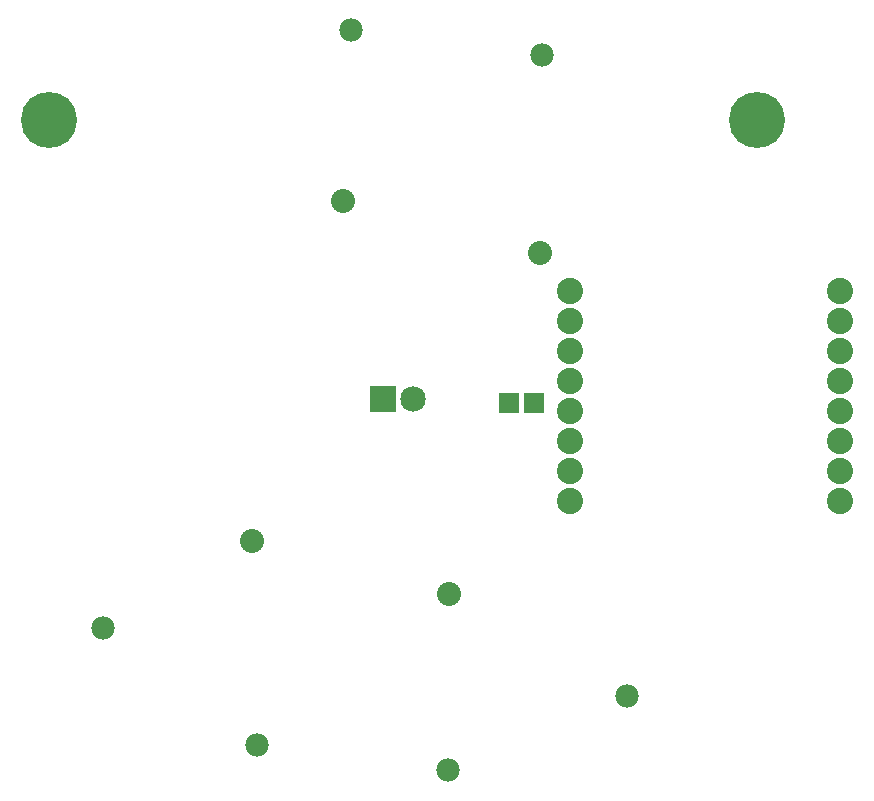
<source format=gts>
G04 MADE WITH FRITZING*
G04 WWW.FRITZING.ORG*
G04 DOUBLE SIDED*
G04 HOLES PLATED*
G04 CONTOUR ON CENTER OF CONTOUR VECTOR*
%ASAXBY*%
%FSLAX23Y23*%
%MOIN*%
%OFA0B0*%
%SFA1.0B1.0*%
%ADD10C,0.085000*%
%ADD11C,0.078000*%
%ADD12C,0.080000*%
%ADD13C,0.087778*%
%ADD14C,0.187165*%
%ADD15R,0.065118X0.069055*%
%ADD16R,0.085000X0.085000*%
%LNMASK1*%
G90*
G70*
G54D10*
X1722Y1772D03*
X1822Y1772D03*
G54D11*
X1614Y2999D03*
X2252Y2916D03*
X1940Y533D03*
X1301Y617D03*
X2534Y779D03*
X789Y1008D03*
X1614Y2999D03*
X2252Y2916D03*
X1940Y533D03*
X1301Y617D03*
X2534Y779D03*
X789Y1008D03*
G54D12*
X1590Y2432D03*
X2246Y2258D03*
X1941Y1122D03*
X1285Y1297D03*
X1590Y2432D03*
X2246Y2258D03*
X1941Y1122D03*
X1285Y1297D03*
G54D13*
X2345Y2132D03*
X2345Y2032D03*
X2345Y1932D03*
X2345Y1832D03*
X2345Y1732D03*
X2345Y1632D03*
X2345Y1532D03*
X2345Y1432D03*
X3245Y1432D03*
X3245Y1532D03*
X3245Y1632D03*
X3245Y1732D03*
X3245Y1832D03*
X3245Y1932D03*
X3245Y2032D03*
X3245Y2132D03*
G54D14*
X2970Y2701D03*
X608Y2701D03*
G54D15*
X2143Y1756D03*
X2224Y1756D03*
G54D16*
X1722Y1772D03*
G04 End of Mask1*
M02*
</source>
